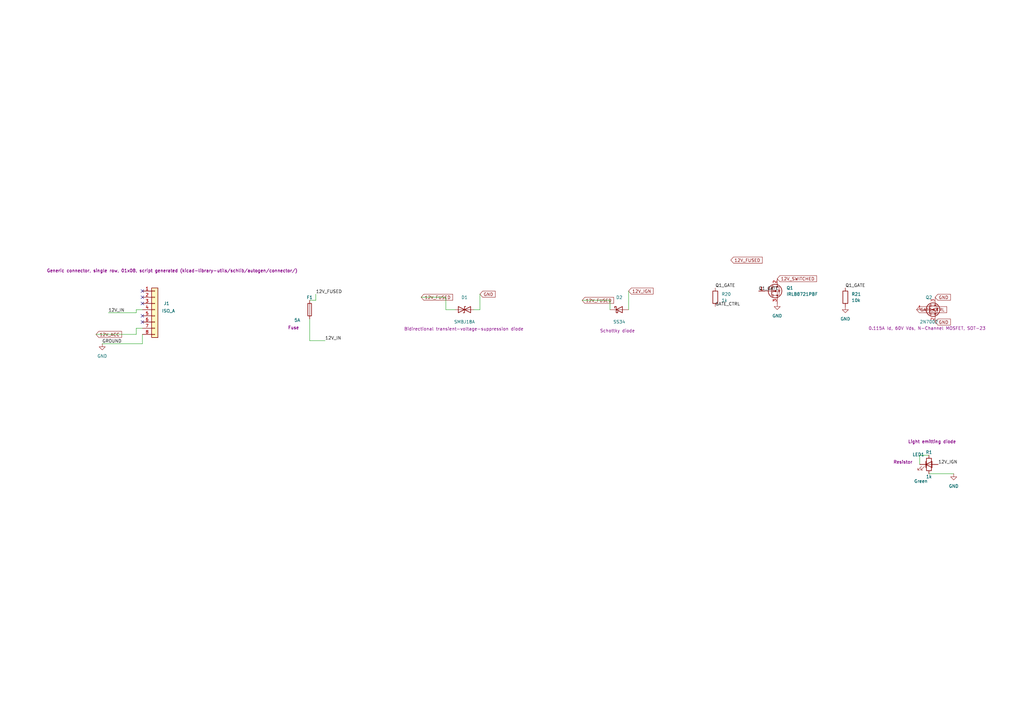
<source format=kicad_sch>
(kicad_sch (version 20250114) (generator "eeschema") (generator_version "9.0")
  (paper "A3")
  (title_block (title "WRX Power & CAN HAT") (date "2026-02-02T00:08:32.410828") (rev "1.0") (company "Auto-generated by Python"))
  (lib_symbols
    (symbol "Connector:Screw_Terminal_01x02" (pin_names (offset 1.016) (hide yes))
      (property "Reference" "J" (at 0 2.54 0))
      (property "Value" "Screw_Terminal_01x02" (at 0 -5.08 0))
      (symbol "Screw_Terminal_01x02_1_1"
        (pin passive line (at -5.08 0 0) (length 3.81) (name "Pin_1") (number "1"))
        (pin passive line (at -5.08 -2.54 0) (length 3.81) (name "Pin_2") (number "2"))
      )
    )
    (symbol "Connector_Generic:Conn_01x02" (pin_names (offset 1.016) (hide yes))
      (property "Reference" "J" (at 0 2.54 0))
      (property "Value" "Conn_01x02" (at 0 -5.08 0))
      (symbol "Conn_01x02_1_1"
        (pin passive line (at -5.08 0 0) (length 3.81) (name "Pin_1") (number "1"))
        (pin passive line (at -5.08 -2.54 0) (length 3.81) (name "Pin_2") (number "2"))
      )
    )
    (symbol "Connector_Generic:Conn_01x03" (pin_names (offset 1.016) (hide yes))
      (property "Reference" "J" (at 0 5.08 0))
      (property "Value" "Conn_01x03" (at 0 -5.08 0))
      (symbol "Conn_01x03_1_1"
        (pin passive line (at -5.08 2.54 0) (length 3.81) (name "Pin_1") (number "1"))
        (pin passive line (at -5.08 0 0) (length 3.81) (name "Pin_2") (number "2"))
        (pin passive line (at -5.08 -2.54 0) (length 3.81) (name "Pin_3") (number "3"))
      )
    )
    (symbol "Connector_Generic:Conn_01x06" (pin_names (offset 1.016) (hide yes))
      (property "Reference" "J" (at 0 7.62 0))
      (property "Value" "Conn_01x06" (at 0 -10.16 0))
      (symbol "Conn_01x06_1_1"
        (pin passive line (at -5.08 5.08 0) (length 3.81) (name "Pin_1") (number "1"))
        (pin passive line (at -5.08 2.54 0) (length 3.81) (name "Pin_2") (number "2"))
        (pin passive line (at -5.08 0 0) (length 3.81) (name "Pin_3") (number "3"))
        (pin passive line (at -5.08 -2.54 0) (length 3.81) (name "Pin_4") (number "4"))
        (pin passive line (at -5.08 -5.08 0) (length 3.81) (name "Pin_5") (number "5"))
        (pin passive line (at -5.08 -7.62 0) (length 3.81) (name "Pin_6") (number "6"))
      )
    )
    (symbol "Connector_Generic:Conn_01x08" (pin_names (offset 1.016) (hide yes))
      (property "Reference" "J" (at 0 10.16 0))
      (property "Value" "Conn_01x08" (at 0 -12.7 0))
      (symbol "Conn_01x08_1_1"
        (pin passive line (at -5.08 7.62 0) (length 3.81) (name "Pin_1") (number "1"))
        (pin passive line (at -5.08 5.08 0) (length 3.81) (name "Pin_2") (number "2"))
        (pin passive line (at -5.08 2.54 0) (length 3.81) (name "Pin_3") (number "3"))
        (pin passive line (at -5.08 0 0) (length 3.81) (name "Pin_4") (number "4"))
        (pin passive line (at -5.08 -2.54 0) (length 3.81) (name "Pin_5") (number "5"))
        (pin passive line (at -5.08 -5.08 0) (length 3.81) (name "Pin_6") (number "6"))
        (pin passive line (at -5.08 -7.62 0) (length 3.81) (name "Pin_7") (number "7"))
        (pin passive line (at -5.08 -10.16 0) (length 3.81) (name "Pin_8") (number "8"))
      )
    )
    (symbol "Connector_Generic:Conn_01x16" (pin_names (offset 1.016) (hide yes))
      (property "Reference" "J" (at 0 20.32 0))
      (property "Value" "Conn_01x16" (at 0 -22.86 0))
      (symbol "Conn_01x16_1_1"
        (pin passive line (at -5.08 17.78 0) (length 3.81) (name "Pin_1") (number "1"))
        (pin passive line (at -5.08 15.24 0) (length 3.81) (name "Pin_2") (number "2"))
        (pin passive line (at -5.08 12.7 0) (length 3.81) (name "Pin_3") (number "3"))
        (pin passive line (at -5.08 10.16 0) (length 3.81) (name "Pin_4") (number "4"))
        (pin passive line (at -5.08 7.62 0) (length 3.81) (name "Pin_5") (number "5"))
        (pin passive line (at -5.08 5.08 0) (length 3.81) (name "Pin_6") (number "6"))
        (pin passive line (at -5.08 2.54 0) (length 3.81) (name "Pin_7") (number "7"))
        (pin passive line (at -5.08 0 0) (length 3.81) (name "Pin_8") (number "8"))
        (pin passive line (at -5.08 -2.54 0) (length 3.81) (name "Pin_9") (number "9"))
        (pin passive line (at -5.08 -5.08 0) (length 3.81) (name "Pin_10") (number "10"))
        (pin passive line (at -5.08 -7.62 0) (length 3.81) (name "Pin_11") (number "11"))
        (pin passive line (at -5.08 -10.16 0) (length 3.81) (name "Pin_12") (number "12"))
        (pin passive line (at -5.08 -12.7 0) (length 3.81) (name "Pin_13") (number "13"))
        (pin passive line (at -5.08 -15.24 0) (length 3.81) (name "Pin_14") (number "14"))
        (pin passive line (at -5.08 -17.78 0) (length 3.81) (name "Pin_15") (number "15"))
        (pin passive line (at -5.08 -20.32 0) (length 3.81) (name "Pin_16") (number "16"))
      )
    )
    (symbol "Connector_Generic:Conn_02x03_Odd_Even" (pin_names (offset 1.016) (hide yes))
      (property "Reference" "J" (at 1.27 5.08 0))
      (property "Value" "Conn_02x03_Odd_Even" (at 1.27 -5.08 0))
      (symbol "Conn_02x03_Odd_Even_1_1"
        (pin passive line (at -5.08 2.54 0) (length 3.81) (name "Pin_1") (number "1"))
        (pin passive line (at -5.08 0 0) (length 3.81) (name "Pin_3") (number "3"))
        (pin passive line (at -5.08 -2.54 0) (length 3.81) (name "Pin_5") (number "5"))
        (pin passive line (at 7.62 2.54 180) (length 3.81) (name "Pin_2") (number "2"))
        (pin passive line (at 7.62 0 180) (length 3.81) (name "Pin_4") (number "4"))
        (pin passive line (at 7.62 -2.54 180) (length 3.81) (name "Pin_6") (number "6"))
      )
    )
    (symbol "Connector_Generic:Conn_02x20_Odd_Even" (pin_names (offset 1.016) (hide yes))
      (property "Reference" "J" (at 1.27 25.4 0))
      (property "Value" "Conn_02x20_Odd_Even" (at 1.27 -27.94 0))
      (symbol "Conn_02x20_Odd_Even_1_1"
        (pin passive line (at -5.08 22.86 0) (length 3.81) (name "Pin_1") (number "1"))
        (pin passive line (at -5.08 20.32 0) (length 3.81) (name "Pin_3") (number "3"))
        (pin passive line (at -5.08 17.78 0) (length 3.81) (name "Pin_5") (number "5"))
        (pin passive line (at -5.08 15.24 0) (length 3.81) (name "Pin_7") (number "7"))
        (pin passive line (at -5.08 12.7 0) (length 3.81) (name "Pin_9") (number "9"))
        (pin passive line (at -5.08 10.16 0) (length 3.81) (name "Pin_11") (number "11"))
        (pin passive line (at -5.08 7.62 0) (length 3.81) (name "Pin_13") (number "13"))
        (pin passive line (at -5.08 5.08 0) (length 3.81) (name "Pin_15") (number "15"))
        (pin passive line (at -5.08 2.54 0) (length 3.81) (name "Pin_17") (number "17"))
        (pin passive line (at -5.08 0 0) (length 3.81) (name "Pin_19") (number "19"))
        (pin passive line (at -5.08 -2.54 0) (length 3.81) (name "Pin_21") (number "21"))
        (pin passive line (at -5.08 -5.08 0) (length 3.81) (name "Pin_23") (number "23"))
        (pin passive line (at -5.08 -7.62 0) (length 3.81) (name "Pin_25") (number "25"))
        (pin passive line (at -5.08 -10.16 0) (length 3.81) (name "Pin_27") (number "27"))
        (pin passive line (at -5.08 -12.7 0) (length 3.81) (name "Pin_29") (number "29"))
        (pin passive line (at -5.08 -15.24 0) (length 3.81) (name "Pin_31") (number "31"))
        (pin passive line (at -5.08 -17.78 0) (length 3.81) (name "Pin_33") (number "33"))
        (pin passive line (at -5.08 -20.32 0) (length 3.81) (name "Pin_35") (number "35"))
        (pin passive line (at -5.08 -22.86 0) (length 3.81) (name "Pin_37") (number "37"))
        (pin passive line (at -5.08 -25.4 0) (length 3.81) (name "Pin_39") (number "39"))
        (pin passive line (at 7.62 22.86 180) (length 3.81) (name "Pin_2") (number "2"))
        (pin passive line (at 7.62 20.32 180) (length 3.81) (name "Pin_4") (number "4"))
        (pin passive line (at 7.62 17.78 180) (length 3.81) (name "Pin_6") (number "6"))
        (pin passive line (at 7.62 15.24 180) (length 3.81) (name "Pin_8") (number "8"))
        (pin passive line (at 7.62 12.7 180) (length 3.81) (name "Pin_10") (number "10"))
        (pin passive line (at 7.62 10.16 180) (length 3.81) (name "Pin_12") (number "12"))
        (pin passive line (at 7.62 7.62 180) (length 3.81) (name "Pin_14") (number "14"))
        (pin passive line (at 7.62 5.08 180) (length 3.81) (name "Pin_16") (number "16"))
        (pin passive line (at 7.62 2.54 180) (length 3.81) (name "Pin_18") (number "18"))
        (pin passive line (at 7.62 0 180) (length 3.81) (name "Pin_20") (number "20"))
        (pin passive line (at 7.62 -2.54 180) (length 3.81) (name "Pin_22") (number "22"))
        (pin passive line (at 7.62 -5.08 180) (length 3.81) (name "Pin_24") (number "24"))
        (pin passive line (at 7.62 -7.62 180) (length 3.81) (name "Pin_26") (number "26"))
        (pin passive line (at 7.62 -10.16 180) (length 3.81) (name "Pin_28") (number "28"))
        (pin passive line (at 7.62 -12.7 180) (length 3.81) (name "Pin_30") (number "30"))
        (pin passive line (at 7.62 -15.24 180) (length 3.81) (name "Pin_32") (number "32"))
        (pin passive line (at 7.62 -17.78 180) (length 3.81) (name "Pin_34") (number "34"))
        (pin passive line (at 7.62 -20.32 180) (length 3.81) (name "Pin_36") (number "36"))
        (pin passive line (at 7.62 -22.86 180) (length 3.81) (name "Pin_38") (number "38"))
        (pin passive line (at 7.62 -25.4 180) (length 3.81) (name "Pin_40") (number "40"))
      )
    )
    (symbol "Device:C" (pin_numbers (hide yes)) (pin_names (offset 0.254))
      (property "Reference" "C" (at 0.635 2.54 0))
      (property "Value" "C" (at 0.635 -2.54 0))
      (symbol "C_1_1"
        (pin passive line (at 0 3.81 270) (length 2.794) (name "~") (number "1"))
        (pin passive line (at 0 -3.81 90) (length 2.794) (name "~") (number "2"))
      )
    )
    (symbol "Device:Crystal" (pin_numbers (hide yes)) (pin_names (offset 1.016) (hide yes))
      (property "Reference" "Y" (at 0 3.81 0))
      (property "Value" "Crystal" (at 0 -3.81 0))
      (symbol "Crystal_1_1"
        (pin passive line (at -3.81 0 0) (length 1.27) (name "1") (number "1"))
        (pin passive line (at 3.81 0 180) (length 1.27) (name "2") (number "2"))
      )
    )
    (symbol "Device:D_Schottky" (pin_numbers (hide yes)) (pin_names (offset 1.016) (hide yes))
      (property "Reference" "D" (at 0 2.54 0))
      (property "Value" "D_Schottky" (at 0 -2.54 0))
      (symbol "D_Schottky_1_1"
        (pin passive line (at -3.81 0 0) (length 2.54) (name "K") (number "1"))
        (pin passive line (at 3.81 0 180) (length 2.54) (name "A") (number "2"))
      )
    )
    (symbol "Device:D_TVS" (pin_numbers (hide yes)) (pin_names (offset 1.016) (hide yes))
      (property "Reference" "D" (at 0 2.54 0))
      (property "Value" "D_TVS" (at 0 -2.54 0))
      (symbol "D_TVS_1_1"
        (pin passive line (at -3.81 0 0) (length 2.54) (name "A1") (number "1"))
        (pin passive line (at 3.81 0 180) (length 2.54) (name "A2") (number "2"))
      )
    )
    (symbol "Device:Fuse" (pin_numbers (hide yes)) (pin_names (offset 0))
      (property "Reference" "F" (at 2.032 0 90))
      (property "Value" "Fuse" (at -1.905 0 90))
      (symbol "Fuse_1_1"
        (pin passive line (at 0 3.81 270) (length 1.27) (name "~") (number "1"))
        (pin passive line (at 0 -3.81 90) (length 1.27) (name "~") (number "2"))
      )
    )
    (symbol "Device:L" (pin_numbers (hide yes)) (pin_names (offset 1.016) (hide yes))
      (property "Reference" "L" (at -1.27 0 90))
      (property "Value" "L" (at 1.905 0 90))
      (symbol "L_1_1"
        (pin passive line (at 0 3.81 270) (length 1.27) (name "1") (number "1"))
        (pin passive line (at 0 -3.81 90) (length 1.27) (name "2") (number "2"))
      )
    )
    (symbol "Device:LED" (pin_numbers (hide yes)) (pin_names (offset 1.016) (hide yes))
      (property "Reference" "D" (at 0 2.54 0))
      (property "Value" "LED" (at 0 -2.54 0))
      (symbol "LED_1_1"
        (pin passive line (at -3.81 0 0) (length 2.54) (name "K") (number "1"))
        (pin passive line (at 3.81 0 180) (length 2.54) (name "A") (number "2"))
      )
    )
    (symbol "Device:R" (pin_numbers (hide yes)) (pin_names (offset 0))
      (property "Reference" "R" (at 2.032 0 90))
      (property "Value" "R" (at 0 0 90))
      (symbol "R_1_1"
        (pin passive line (at 0 3.81 270) (length 1.27) (name "~") (number "1"))
        (pin passive line (at 0 -3.81 90) (length 1.27) (name "~") (number "2"))
      )
    )
    (symbol "Interface_CAN_LIN:MCP2515-xSO"
      (property "Reference" "U" (at -10.16 19.685 0))
      (property "Value" "MCP2515-xSO" (at 19.05 20.32 0))
      (symbol "MCP2515-xSO_1_1"
        (pin input line (at -15.24 15.24 0) (length 2.54) (name "SI") (number "14"))
        (pin output line (at -15.24 12.7 0) (length 2.54) (name "SO") (number "15"))
        (pin input line (at -15.24 10.16 0) (length 2.54) (name "~{CS}") (number "16"))
        (pin input line (at -15.24 7.62 0) (length 2.54) (name "SCK") (number "13"))
        (pin output line (at -15.24 -5.08 0) (length 2.54) (name "OSC2") (number "7"))
        (pin input line (at -15.24 -7.62 0) (length 2.54) (name "OSC1") (number "8"))
        (pin output line (at -15.24 -10.16 0) (length 2.54) (name "CLKOUT/SOF") (number "3"))
        (pin power_in line (at 0 20.32 270) (length 2.54) (name "VDD") (number "18"))
        (pin power_in line (at 0 -20.32 90) (length 2.54) (name "VSS") (number "9"))
        (pin input line (at 15.24 15.24 180) (length 2.54) (name "RXCAN") (number "2"))
        (pin output line (at 15.24 12.7 180) (length 2.54) (name "TXCAN") (number "1"))
        (pin output line (at 15.24 0 180) (length 2.54) (name "~{INT}") (number "12"))
        (pin output line (at 15.24 -2.54 180) (length 2.54) (name "~{RX0BF}") (number "11"))
        (pin output line (at 15.24 -5.08 180) (length 2.54) (name "~{RX1BF}") (number "10"))
        (pin input line (at 15.24 -7.62 180) (length 2.54) (name "~{TX0RTS}") (number "4"))
        (pin input line (at 15.24 -10.16 180) (length 2.54) (name "~{TX1RTS}") (number "5"))
        (pin input line (at 15.24 -12.7 180) (length 2.54) (name "~{TX2RTS}") (number "6"))
        (pin input line (at 15.24 -15.24 180) (length 2.54) (name "~{RESET}") (number "17"))
      )
    )
    (symbol "Interface_CAN_LIN:SN65HVD230" (pin_names (offset 1.016))
      (property "Reference" "U" (at -2.54 10.16 0))
      (property "Value" "SN65HVD230" (at -2.54 7.62 0))
      (symbol "SN65HVD230_1_1"
        (pin input line (at -10.16 2.54 0) (length 2.54) (name "D") (number "1"))
        (pin output line (at -10.16 0 0) (length 2.54) (name "R") (number "4"))
        (pin output line (at -10.16 -2.54 0) (length 2.54) (name "Vref") (number "5"))
        (pin input line (at -10.16 -5.08 0) (length 2.54) (name "Rs") (number "8"))
        (pin power_in line (at 0 7.62 270) (length 2.54) (name "VCC") (number "3"))
        (pin power_in line (at 0 -10.16 90) (length 2.54) (name "GND") (number "2"))
        (pin bidirectional line (at 10.16 0 180) (length 2.54) (name "CANH") (number "7"))
        (pin bidirectional line (at 10.16 -2.54 180) (length 2.54) (name "CANL") (number "6"))
      )
    )
    (symbol "Isolator:LTV-817S" (pin_names (offset 1.016))
      (property "Reference" "U" (at -3.81 5.08 0))
      (property "Value" "LTV-817S" (at 0 -5.08 0))
      (symbol "LTV-817S_1_1"
        (pin passive line (at -7.62 2.54 0) (length 2.54) (name "~") (number "1"))
        (pin passive line (at -7.62 -2.54 0) (length 2.54) (name "~") (number "2"))
        (pin passive line (at 7.62 2.54 180) (length 2.54) (name "~") (number "4"))
        (pin passive line (at 7.62 -2.54 180) (length 2.54) (name "~") (number "3"))
      )
    )
    (symbol "MCU_Microchip_ATtiny:ATtiny85-20P"
      (property "Reference" "U" (at -12.7 13.97 0))
      (property "Value" "ATtiny85-20P" (at 2.54 -13.97 0))
      (symbol "ATtiny85-20P_1_1"
        (pin power_in line (at 0 15.24 270) (length 2.54) (name "VCC") (number "8"))
        (pin power_in line (at 0 -15.24 90) (length 2.54) (name "GND") (number "4"))
        (pin bidirectional line (at 15.24 7.62 180) (length 2.54) (name "AREF/PB0") (number "5"))
        (pin bidirectional line (at 15.24 5.08 180) (length 2.54) (name "PB1") (number "6"))
        (pin bidirectional line (at 15.24 2.54 180) (length 2.54) (name "PB2") (number "7"))
        (pin bidirectional line (at 15.24 0 180) (length 2.54) (name "XTAL1/PB3") (number "2"))
        (pin bidirectional line (at 15.24 -2.54 180) (length 2.54) (name "XTAL2/PB4") (number "3"))
        (pin bidirectional line (at 15.24 -5.08 180) (length 2.54) (name "~{RESET}/PB5") (number "1"))
      )
    )
    (symbol "Regulator_Linear:AMS1117-3.3"
      (property "Reference" "U" (at -3.81 3.175 0))
      (property "Value" "AMS1117-3.3" (at 0 3.175 0))
      (symbol "AMS1117-3.3_1_1"
        (pin power_in line (at -7.62 0 0) (length 2.54) (name "VI") (number "3"))
        (pin power_in line (at 0 -7.62 90) (length 2.54) (name "GND") (number "1"))
        (pin power_out line (at 7.62 0 180) (length 2.54) (name "VO") (number "2"))
      )
    )
    (symbol "Regulator_Switching:TPS54560BDDA"
      (property "Reference" "U" (at -6.35 8.89 0))
      (property "Value" "TPS54560BDDA" (at 10.16 8.89 0))
      (symbol "TPS54560BDDA_1_1"
        (pin power_in line (at -12.7 5.08 0) (length 2.54) (name "VIN") (number "2"))
        (pin input line (at -12.7 0 0) (length 2.54) (name "EN") (number "3"))
        (pin output line (at -12.7 -2.54 0) (length 2.54) (name "COMP") (number "6"))
        (pin passive line (at -12.7 -5.08 0) (length 2.54) (name "RT/CLK") (number "4"))
        (pin power_in line (at 0 -10.16 90) (length 2.54) (name "GND") (number "7"))
        (pin passive line (at 0 -10.16 90) (length 2.54) (hide yes) (name "GND") (number "9"))
        (pin passive line (at 12.7 5.08 180) (length 2.54) (name "BOOT") (number "1"))
        (pin power_out line (at 12.7 0 180) (length 2.54) (name "SW") (number "8"))
        (pin input line (at 12.7 -5.08 180) (length 2.54) (name "FB") (number "5"))
      )
    )
    (symbol "Transistor_FET:2N7002" (pin_names (offset 0) (hide yes))
      (property "Reference" "Q" (at 5.08 1.905 0))
      (property "Value" "2N7002" (at 5.08 0 0))
      (symbol "2N7002_1_1"
        (pin input line (at -5.08 0 0) (length 2.54) (name "G") (number "1"))
        (pin passive line (at 2.54 5.08 270) (length 2.54) (name "D") (number "3"))
        (pin passive line (at 2.54 -5.08 90) (length 2.54) (name "S") (number "2"))
      )
    )
    (symbol "Transistor_FET:IRLB8721PBF" (pin_names (hide yes))
      (property "Reference" "Q" (at 5.08 1.905 0))
      (property "Value" "IRLB8721PBF" (at 5.08 0 0))
      (symbol "IRLB8721PBF_1_1"
        (pin input line (at -5.08 0 0) (length 2.54) (name "G") (number "1"))
        (pin passive line (at 2.54 5.08 270) (length 2.54) (name "D") (number "2"))
        (pin passive line (at 2.54 -5.08 90) (length 2.54) (name "S") (number "3"))
      )
    )
    (symbol "power:GND" (power) (pin_numbers (hide yes)) (pin_names (offset 0) (hide yes))
      (property "Value" "GND" (at 0 -3.81 0))
      (symbol "GND_1_1"
        (pin power_in line (at 0 0 270) (length 0) (name "~") (number "1"))
      )
    )
    (symbol "power:PWR_FLAG" (power) (pin_numbers (hide yes)) (pin_names (offset 0) (hide yes))
      (property "Value" "PWR_FLAG" (at 0 3.81 0))
      (symbol "PWR_FLAG_0_0"
        (pin power_out line (at 0 0 90) (length 0) (name "~") (number "1"))
      )
    )
  )
  (junction (at 114.3 334.01))
  (junction (at 127 349.25))
  (no_connect (at 642.62 317.5))
  (no_connect (at 58.42 119.38))
  (no_connect (at 58.42 121.92))
  (no_connect (at 58.42 124.46))
  (no_connect (at 58.42 129.54))
  (no_connect (at 58.42 132.08))
  (no_connect (at 375.92 690.88))
  (no_connect (at 439.42 571.5))
  (no_connect (at 375.92 708.66))
  (no_connect (at 459.74 129.54))
  (no_connect (at 566.42 701.04))
  (no_connect (at 375.92 680.72))
  (no_connect (at 388.62 721.36))
  (no_connect (at 459.74 139.7))
  (no_connect (at 561.34 701.04))
  (no_connect (at 13.97 617.22))
  (no_connect (at 566.42 695.96))
  (no_connect (at 439.42 510.54))
  (no_connect (at 566.42 718.82))
  (no_connect (at 439.42 513.08))
  (no_connect (at 629.92 317.5))
  (no_connect (at 388.62 693.42))
  (no_connect (at 375.92 723.9))
  (no_connect (at 388.62 723.9))
  (no_connect (at 566.42 708.66))
  (no_connect (at 566.42 698.5))
  (no_connect (at 439.42 574.04))
  (no_connect (at 388.62 698.5))
  (no_connect (at 375.92 716.28))
  (no_connect (at 429.26 137.16))
  (no_connect (at 388.62 685.8))
  (no_connect (at 375.92 706.12))
  (no_connect (at 459.74 132.08))
  (no_connect (at 388.62 695.96))
  (no_connect (at 439.42 505.46))
  (no_connect (at 375.92 688.34))
  (no_connect (at 388.62 683.26))
  (no_connect (at 388.62 711.2))
  (no_connect (at 629.92 320.04))
  (no_connect (at 388.62 713.74))
  (no_connect (at 375.92 678.18))
  (no_connect (at 375.92 713.74))
  (no_connect (at 388.62 706.12))
  (no_connect (at 459.74 134.62))
  (no_connect (at 388.62 690.88))
  (no_connect (at 566.42 716.28))
  (no_connect (at 375.92 718.82))
  (no_connect (at 375.92 683.26))
  (no_connect (at 459.74 137.16))
  (no_connect (at 439.42 528.32))
  (no_connect (at 439.42 508))
  (wire (pts (xy 196.85 120.65) (xy 196.85 127)))
  (wire (pts (xy 55.88 128.27) (xy 55.88 127)))
  (wire (pts (xy 238.76 123.19) (xy 250.19 123.19)))
  (wire (pts (xy 127 139.7) (xy 127 130.81)))
  (wire (pts (xy 41.91 140.97) (xy 58.42 140.97)))
  (wire (pts (xy 377.19 186.69) (xy 381 186.69)))
  (wire (pts (xy 139.7 344.17) (xy 140.97 344.17)))
  (wire (pts (xy 504.19 317.5) (xy 504.19 377.19)))
  (wire (pts (xy 504.19 377.19) (xy 508 377.19)))
  (wire (pts (xy 567.69 317.5) (xy 567.69 377.19)))
  (wire (pts (xy 567.69 377.19) (xy 571.5 377.19)))
  (wire (pts (xy 172.72 121.92) (xy 182.88 121.92)))
  (wire (pts (xy 182.88 127) (xy 186.69 127)))
  (wire (pts (xy 55.88 134.62) (xy 58.42 134.62)))
  (wire (pts (xy 44.45 128.27) (xy 55.88 128.27)))
  (wire (pts (xy 129.54 120.65) (xy 129.54 123.19)))
  (wire (pts (xy 55.88 127) (xy 58.42 127)))
  (wire (pts (xy 381 194.31) (xy 391.16 194.31)))
  (wire (pts (xy 58.42 140.97) (xy 58.42 137.16)))
  (wire (pts (xy 196.85 127) (xy 194.31 127)))
  (wire (pts (xy 250.19 123.19) (xy 250.19 127)))
  (wire (pts (xy 182.88 121.92) (xy 182.88 127)))
  (wire (pts (xy 113.03 334.01) (xy 114.3 334.01)))
  (wire (pts (xy 129.54 123.19) (xy 127 123.19)))
  (wire (pts (xy 133.35 139.7) (xy 127 139.7)))
  (wire (pts (xy 257.81 119.38) (xy 257.81 127)))
  (wire (pts (xy 113.03 339.09) (xy 114.3 339.09)))
  (wire (pts (xy 127 349.25) (xy 127 350.52)))
  (wire (pts (xy 39.37 137.16) (xy 55.88 137.16)))
  (wire (pts (xy 139.7 339.09) (xy 140.97 339.09)))
  (wire (pts (xy 377.19 186.69) (xy 377.19 190.5)))
  (wire (pts (xy 55.88 137.16) (xy 55.88 134.62)))
  (wire (pts (xy 373.38 433.07) (xy 374.65 433.07)))
  (label "CANH" (at 581.66 698.5 0))
  (label "U1_FB" (at 139.7 344.17 0))
  (label "U1_FB" (at 254 384.81 0))
  (label "GND" (at 356.87 438.15 0))
  (label "CAN_RX" (at 561.34 698.5 0))
  (label "12V_IN" (at 133.35 139.7 0))
  (label "GND" (at 444.5 147.32 0))
  (label "IGN_DETECT" (at 269.24 505.46 0))
  (label "12V_IN" (at 44.45 128.27 0))
  (label "+5V" (at 190.5 321.31 0))
  (label "CAN_INT" (at 459.74 127 0))
  (label "OSC2" (at 422.91 147.32 0))
  (label "SPI_SCLK" (at 429.26 119.38 0))
  (label "GND" (at 254 523.24 0))
  (label "Q1_GATE" (at 293.37 118.11 0))
  (global_label "12V_ACC" (shape input) (at 39.37 137.16 0) (property "Intersheetrefs" "${INTERSHEET_REFS}" (effects (hide yes))))
  (label "OSC1" (at 433.07 149.86 0))
  (label "12V_IGN" (at 113.03 339.09 0))
  (label "U1_BOOT" (at 139.7 334.01 0))
  (label "Q1_GATE" (at 311.15 119.38 0))
  (label "GND" (at 561.34 703.58 0))
  (label "GND" (at 433.07 157.48 0))
  (label "OSC2" (at 424.18 152.4 0))
  (label "U1_SW" (at 168.91 342.9 0))
  (label "U1_SW" (at 190.5 313.69 0))
  (label "GND" (at 127 350.52 0))
  (label "GROUND" (at 41.91 140.97 0))
  (label "U1_BOOT" (at 168.91 350.52 0))
  (label "+5V" (at 373.38 433.07 0))
  (label "SPI_MOSI" (at 429.26 111.76 0))
  (label "+3.3V" (at 459.74 142.24 0))
  (label "+5V" (at 356.87 430.53 0))
  (label "OSC1" (at 429.26 134.62 0))
  (label "+3.3V" (at 444.5 106.68 0))
  (label "U1_SW" (at 140.97 339.09 0))
  (label "RESET" (at 269.24 513.08 0))
  (label "Q1_GATE" (at 346.71 118.11 0))
  (label "GND" (at 254 377.19 0))
  (label "HEARTBEAT_LED" (at 269.24 500.38 0))
  (label "TIMER_LED" (at 269.24 502.92 0))
  (label "CAN_RX" (at 459.74 111.76 0))
  (label "+3.3V" (at 403.86 431.8 0))
  (label "CAN_TX" (at 561.34 695.96 0))
  (label "GND" (at 424.18 160.02 0))
  (label "12V_IGN" (at 113.03 334.01 0))
  (label "SHUTDOWN_REQ" (at 269.24 510.54 0))
  (label "GND" (at 571.5 708.66 0))
  (label "OSC2" (at 429.26 132.08 0))
  (label "GND" (at 403.86 439.42 0))
  (label "+3.3V" (at 571.5 690.88 0))
  (label "GND" (at 381 440.69 0))
  (label "12V_IGN" (at 384.81 190.5 0))
  (label "+3.3V" (at 388.62 433.07 0))
  (label "GATE_CTRL" (at 293.37 125.73 0))
  (label "CANL" (at 581.66 701.04 0))
  (label "OSC1" (at 430.53 147.32 0))
  (label "+3.3V" (at 254 492.76 0))
  (label "GATE_CTRL" (at 269.24 508 0))
  (label "U1_FB" (at 317.5 384.81 0))
  (label "CAN_TX" (at 459.74 114.3 0))
  (label "SPI_CE0" (at 429.26 116.84 0))
  (label "+5V" (at 317.5 377.19 0))
  (label "SPI_MISO" (at 429.26 114.3 0))
  (label "12V_FUSED" (at 129.54 120.65 0))
  (global_label "SPI_SCLK" (shape input) (at 439.42 495.3 0) (property "Intersheetrefs" "${INTERSHEET_REFS}" (effects (hide yes))))
  (global_label "IGN_DETECT" (shape input) (at 317.5 567.69 0) (property "Intersheetrefs" "${INTERSHEET_REFS}" (effects (hide yes))))
  (global_label "GATE_CTRL" (shape input) (at 444.5 186.69 0) (property "Intersheetrefs" "${INTERSHEET_REFS}" (effects (hide yes))))
  (global_label "SPI_MOSI" (shape input) (at 439.42 497.84 0) (property "Intersheetrefs" "${INTERSHEET_REFS}" (effects (hide yes))))
  (global_label "GND" (shape input) (at 254 702.31 0) (property "Intersheetrefs" "${INTERSHEET_REFS}" (effects (hide yes))))
  (global_label "GND" (shape input) (at 383.54 132.08 0) (property "Intersheetrefs" "${INTERSHEET_REFS}" (effects (hide yes))))
  (global_label "SPI_SCLK" (shape input) (at 436.88 129.54 0) (property "Intersheetrefs" "${INTERSHEET_REFS}" (effects (hide yes))))
  (global_label "Q2_GATE" (shape input) (at 508 186.69 0) (property "Intersheetrefs" "${INTERSHEET_REFS}" (effects (hide yes))))
  (global_label "SPI_MISO" (shape input) (at 439.42 490.22 0) (property "Intersheetrefs" "${INTERSHEET_REFS}" (effects (hide yes))))
  (global_label "GND" (shape input) (at 383.54 121.92 0) (property "Intersheetrefs" "${INTERSHEET_REFS}" (effects (hide yes))))
  (global_label "GND" (shape input) (at 134.62 701.04 0) (property "Intersheetrefs" "${INTERSHEET_REFS}" (effects (hide yes))))
  (global_label "CAN_TX" (shape input) (at 566.42 680.72 0) (property "Intersheetrefs" "${INTERSHEET_REFS}" (effects (hide yes))))
  (global_label "CANL" (shape input) (at 566.42 690.88 0) (property "Intersheetrefs" "${INTERSHEET_REFS}" (effects (hide yes))))
  (global_label "+3.3V" (shape input) (at 132.08 701.04 0) (property "Intersheetrefs" "${INTERSHEET_REFS}" (effects (hide yes))))
  (global_label "12V_FUSED" (shape input) (at 299.72 106.68 0) (property "Intersheetrefs" "${INTERSHEET_REFS}" (effects (hide yes))))
  (global_label "GND" (shape input) (at 317.5 575.31 0) (property "Intersheetrefs" "${INTERSHEET_REFS}" (effects (hide yes))))
  (global_label "GND" (shape input) (at 388.62 680.72 0) (property "Intersheetrefs" "${INTERSHEET_REFS}" (effects (hide yes))))
  (global_label "+5V" (shape input) (at 388.62 675.64 0) (property "Intersheetrefs" "${INTERSHEET_REFS}" (effects (hide yes))))
  (global_label "+3.3V" (shape input) (at 439.42 492.76 0) (property "Intersheetrefs" "${INTERSHEET_REFS}" (effects (hide yes))))
  (global_label "RESET" (shape input) (at 439.42 500.38 0) (property "Intersheetrefs" "${INTERSHEET_REFS}" (effects (hide yes))))
  (global_label "IGN_DETECT" (shape input) (at 132.08 695.96 0) (property "Intersheetrefs" "${INTERSHEET_REFS}" (effects (hide yes))))
  (global_label "+3.3V" (shape input) (at 571.5 194.31 0) (property "Intersheetrefs" "${INTERSHEET_REFS}" (effects (hide yes))))
  (global_label "SPI_SCLK" (shape input) (at 375.92 703.58 0) (property "Intersheetrefs" "${INTERSHEET_REFS}" (effects (hide yes))))
  (global_label "GND" (shape input) (at 820.42 769.62 0) (property "Intersheetrefs" "${INTERSHEET_REFS}" (effects (hide yes))))
  (global_label "HEARTBEAT_LED" (shape input) (at 254 500.38 0) (property "Intersheetrefs" "${INTERSHEET_REFS}" (effects (hide yes))))
  (global_label "HEARTBEAT_LED" (shape input) (at 571.5 384.81 180) (property "Intersheetrefs" "${INTERSHEET_REFS}" (effects (hide yes))))
  (global_label "XTAL1" (shape input) (at 186.69 571.5 0) (property "Intersheetrefs" "${INTERSHEET_REFS}" (effects (hide yes))))
  (global_label "12V_FUSED" (shape input) (at 172.72 121.92 0) (property "Intersheetrefs" "${INTERSHEET_REFS}" (effects (hide yes))))
  (global_label "GND" (shape input) (at 243.84 508 0) (property "Intersheetrefs" "${INTERSHEET_REFS}" (effects (hide yes))))
  (global_label "GND" (shape input) (at 196.85 120.65 0) (property "Intersheetrefs" "${INTERSHEET_REFS}" (effects (hide yes))))
  (global_label "R6_OUT" (shape input) (at 121.92 701.04 0) (property "Intersheetrefs" "${INTERSHEET_REFS}" (effects (hide yes))))
  (global_label "IGN_DETECT" (shape input) (at 243.84 510.54 0) (property "Intersheetrefs" "${INTERSHEET_REFS}" (effects (hide yes))))
  (global_label "+5V" (shape input) (at 254 567.69 0) (property "Intersheetrefs" "${INTERSHEET_REFS}" (effects (hide yes))))
  (global_label "SPI_CE0" (shape input) (at 436.88 124.46 0) (property "Intersheetrefs" "${INTERSHEET_REFS}" (effects (hide yes))))
  (global_label "TIMER_LED" (shape input) (at 254 518.16 0) (property "Intersheetrefs" "${INTERSHEET_REFS}" (effects (hide yes))))
  (global_label "TIMER_LED" (shape input) (at 508 384.81 180) (property "Intersheetrefs" "${INTERSHEET_REFS}" (effects (hide yes))))
  (global_label "+3.3V" (shape input) (at 575.31 317.5 0) (property "Intersheetrefs" "${INTERSHEET_REFS}" (effects (hide yes))))
  (global_label "12V_IGN" (shape input) (at 257.81 119.38 0) (property "Intersheetrefs" "${INTERSHEET_REFS}" (effects (hide yes))))
  (global_label "GND" (shape input) (at 571.5 765.81 0) (property "Intersheetrefs" "${INTERSHEET_REFS}" (effects (hide yes))))
  (global_label "12V_FUSED" (shape input) (at 238.76 123.19 0) (property "Intersheetrefs" "${INTERSHEET_REFS}" (effects (hide yes))))
  (global_label "+5V" (shape input) (at 635 694.69 0) (property "Intersheetrefs" "${INTERSHEET_REFS}" (effects (hide yes))))
  (global_label "GND" (shape input) (at 566.42 683.26 0) (property "Intersheetrefs" "${INTERSHEET_REFS}" (effects (hide yes))))
  (global_label "SHUTDOWN_REQ" (shape input) (at 264.16 510.54 0) (property "Intersheetrefs" "${INTERSHEET_REFS}" (effects (hide yes))))
  (global_label "GND" (shape input) (at 119.38 695.96 0) (property "Intersheetrefs" "${INTERSHEET_REFS}" (effects (hide yes))))
  (global_label "CAN_RX" (shape input) (at 566.42 688.34 0) (property "Intersheetrefs" "${INTERSHEET_REFS}" (effects (hide yes))))
  (global_label "+3.3V" (shape input) (at 381 567.69 0) (property "Intersheetrefs" "${INTERSHEET_REFS}" (effects (hide yes))))
  (global_label "GND" (shape input) (at 439.42 502.92 0) (property "Intersheetrefs" "${INTERSHEET_REFS}" (effects (hide yes))))
  (global_label "SPI_CE0" (shape input) (at 388.62 703.58 0) (property "Intersheetrefs" "${INTERSHEET_REFS}" (effects (hide yes))))
  (global_label "12V_IGN" (shape input) (at 127 706.12 0) (property "Intersheetrefs" "${INTERSHEET_REFS}" (effects (hide yes))))
  (global_label "CANH" (shape input) (at 566.42 693.42 0) (property "Intersheetrefs" "${INTERSHEET_REFS}" (effects (hide yes))))
  (global_label "GATE_CTRL" (shape input) (at 264.16 508 0) (property "Intersheetrefs" "${INTERSHEET_REFS}" (effects (hide yes))))
  (global_label "GATE_CTRL" (shape input) (at 375.92 127 0) (property "Intersheetrefs" "${INTERSHEET_REFS}" (effects (hide yes))))
  (global_label "XTAL1" (shape input) (at 571.5 758.19 0) (property "Intersheetrefs" "${INTERSHEET_REFS}" (effects (hide yes))))
  (global_label "FAN-" (shape input) (at 629.92 574.04 0) (property "Intersheetrefs" "${INTERSHEET_REFS}" (effects (hide yes))))
  (global_label "FAN-" (shape input) (at 574.04 502.92 180) (property "Intersheetrefs" "${INTERSHEET_REFS}" (effects (hide yes))))
  (global_label "FAN_PWM" (shape input) (at 566.42 508 180) (property "Intersheetrefs" "${INTERSHEET_REFS}" (effects (hide yes))))
  (global_label "GND" (shape input) (at 574.04 513.08 180) (property "Intersheetrefs" "${INTERSHEET_REFS}" (effects (hide yes))))
  (global_label "SPI_MISO" (shape input) (at 375.92 701.04 0) (property "Intersheetrefs" "${INTERSHEET_REFS}" (effects (hide yes))))
  (global_label "AUDIO_R_OUT" (shape input) (at 698.5 829.31 0) (property "Intersheetrefs" "${INTERSHEET_REFS}" (effects (hide yes))))
  (global_label "12V_SWITCHED" (shape input) (at 318.77 114.3 0) (property "Intersheetrefs" "${INTERSHEET_REFS}" (effects (hide yes))))
  (global_label "12V_ACC" (shape input) (at 317.5 504.19 0) (property "Intersheetrefs" "${INTERSHEET_REFS}" (effects (hide yes))))
  (global_label "R6_OUT" (shape input) (at 317.5 511.81 0) (property "Intersheetrefs" "${INTERSHEET_REFS}" (effects (hide yes))))
  (global_label "+3.3V" (shape input) (at 243.84 513.08 0) (property "Intersheetrefs" "${INTERSHEET_REFS}" (effects (hide yes))))
  (global_label "AUDIO_R_OUT" (shape input) (at 762 829.31 0) (property "Intersheetrefs" "${INTERSHEET_REFS}" (effects (hide yes))))
  (global_label "AUDIO_R+" (shape input) (at 698.5 821.69 0) (property "Intersheetrefs" "${INTERSHEET_REFS}" (effects (hide yes))))
  (global_label "GND" (shape input) (at 375.92 685.8 0) (property "Intersheetrefs" "${INTERSHEET_REFS}" (effects (hide yes))))
  (global_label "+3.3V" (shape input) (at 571.5 186.69 0) (property "Intersheetrefs" "${INTERSHEET_REFS}" (effects (hide yes))))
  (global_label "GND" (shape input) (at 119.38 701.04 0) (property "Intersheetrefs" "${INTERSHEET_REFS}" (effects (hide yes))))
  (global_label "GND" (shape input) (at 134.62 698.5 0) (property "Intersheetrefs" "${INTERSHEET_REFS}" (effects (hide yes))))
  (global_label "+5V" (shape input) (at 388.62 678.18 0) (property "Intersheetrefs" "${INTERSHEET_REFS}" (effects (hide yes))))
  (global_label "SPI_MOSI" (shape input) (at 375.92 698.5 0) (property "Intersheetrefs" "${INTERSHEET_REFS}" (effects (hide yes))))
  (global_label "+3.3V" (shape input) (at 566.42 685.8 0) (property "Intersheetrefs" "${INTERSHEET_REFS}" (effects (hide yes))))
  (global_label "IGN_DETECT" (shape input) (at 254 694.69 0) (property "Intersheetrefs" "${INTERSHEET_REFS}" (effects (hide yes))))
  (global_label "CANH" (shape input) (at 571.5 377.19 0) (property "Intersheetrefs" "${INTERSHEET_REFS}" (effects (hide yes))))
  (global_label "GND" (shape input) (at 508 194.31 0) (property "Intersheetrefs" "${INTERSHEET_REFS}" (effects (hide yes))))
  (global_label "+3.3V" (shape input) (at 511.81 317.5 0) (property "Intersheetrefs" "${INTERSHEET_REFS}" (effects (hide yes))))
  (global_label "AUDIO_R-" (shape input) (at 762 821.69 0) (property "Intersheetrefs" "${INTERSHEET_REFS}" (effects (hide yes))))
  (global_label "GND" (shape input) (at 635 702.31 0) (property "Intersheetrefs" "${INTERSHEET_REFS}" (effects (hide yes))))
  (global_label "SHUTDOWN_REQ" (shape input) (at 388.62 688.34 0) (property "Intersheetrefs" "${INTERSHEET_REFS}" (effects (hide yes))))
  (global_label "CANH" (shape input) (at 629.92 314.96 0) (property "Intersheetrefs" "${INTERSHEET_REFS}" (effects (hide yes))))
  (global_label "IGN_DETECT" (shape input) (at 134.62 695.96 0) (property "Intersheetrefs" "${INTERSHEET_REFS}" (effects (hide yes))))
  (global_label "GND" (shape input) (at 381 575.31 0) (property "Intersheetrefs" "${INTERSHEET_REFS}" (effects (hide yes))))
  (global_label "+3.3V" (shape input) (at 635 758.19 0) (property "Intersheetrefs" "${INTERSHEET_REFS}" (effects (hide yes))))
  (global_label "CANL" (shape input) (at 502.92 574.04 0) (property "Intersheetrefs" "${INTERSHEET_REFS}" (effects (hide yes))))
  (global_label "CANL" (shape input) (at 642.62 314.96 0) (property "Intersheetrefs" "${INTERSHEET_REFS}" (effects (hide yes))))
  (global_label "LED2_ANODE" (shape input) (at 444.5 130.81 0) (property "Intersheetrefs" "${INTERSHEET_REFS}" (effects (hide yes))))
  (global_label "GND" (shape input) (at 121.92 695.96 0) (property "Intersheetrefs" "${INTERSHEET_REFS}" (effects (hide yes))))
  (global_label "CAN_INT" (shape input) (at 388.62 701.04 0) (property "Intersheetrefs" "${INTERSHEET_REFS}" (effects (hide yes))))
  (global_label "AUDIO_L_OUT" (shape input) (at 635 829.31 0) (property "Intersheetrefs" "${INTERSHEET_REFS}" (effects (hide yes))))
  (global_label "Q2_GATE" (shape input) (at 444.5 194.31 0) (property "Intersheetrefs" "${INTERSHEET_REFS}" (effects (hide yes))))
  (global_label "FAN_PWM" (shape input) (at 571.5 821.69 0) (property "Intersheetrefs" "${INTERSHEET_REFS}" (effects (hide yes))))
  (global_label "XTAL2" (shape input) (at 194.31 571.5 0) (property "Intersheetrefs" "${INTERSHEET_REFS}" (effects (hide yes))))
  (global_label "GND" (shape input) (at 635 765.81 0) (property "Intersheetrefs" "${INTERSHEET_REFS}" (effects (hide yes))))
  (symbol (lib_id "Device:C") (at 635 190.5 0) (unit 1)
    (property "Reference" "C10" (at 635 185.5 0))
    (property "Value" "10uF" (at 635 195.5 0))
    (property "Description" "Unpolarized capacitor" (at 635.254 180.34 0))
  )
  (symbol (lib_id "power:PWR_FLAG") (at 114.3 334.01 0) (unit 1)
    (property "Reference" "#FLG02" (effects (hide yes)))
    (property "Value" "PWR_FLAG" (at 114.3 328.93 0))
    (property "Description" "Special symbol for telling ERC where power comes from" (effects (hide yes)))
  )
  (symbol (lib_id "Device:R") (at 254 381 0) (unit 1)
    (property "Reference" "R4" (at 253.746 372.872 0))
    (property "Value" "10k" (at 254 386 0))
    (property "Description" "Resistor" (at 254 381 0))
  )
  (symbol (lib_id "Device:R") (at 317.5 381 0) (unit 1)
    (property "Reference" "R5" (at 316.992 373.888 0))
    (property "Value" "51k" (at 317.5 386 0))
    (property "Description" "Resistor" (at 317.5 381 0))
  )
  (symbol (lib_id "Device:Crystal") (at 190.5 571.5 0) (unit 1)
    (property "Reference" "Y1" (at 190.5 566.5 0))
    (property "Value" "16MHz" (at 190.5 576.5 0))
    (property "Description" "Two pin crystal" (at 188.468 580.39 0))
  )
  (symbol (lib_id "power:GND") (at 391.16 194.31 0) (unit 1)
    (property "Reference" "#PWR04" (effects (hide yes)))
    (property "Value" "GND" (at 391.16 199.39 0))
    (property "Description" "Power symbol creates a global label with name \"GND\" , ground" (effects (hide yes)))
  )
  (symbol (lib_id "Device:C") (at 698.5 762 0) (unit 1)
    (property "Reference" "C14" (at 695.452 755.65 0))
    (property "Value" "2.2uF" (at 698.5 767 0))
    (property "Description" "Unpolarized capacitor" (at 698.246 770.382 0))
  )
  (symbol (lib_id "Regulator_Switching:TPS54560BDDA") (at 127 339.09 0) (unit 1)
    (property "Reference" "U1" (at 127 326.39 0))
    (property "Value" "TPS54560BDDA" (at 127 328.93 0))
    (property "Footprint" "Package_SO:Texas_R-PDSO-G8_EP2.95x4.9mm_Mask2.4x3.1mm_ThermalVias" (effects (hide yes)))
    (property "Datasheet" "https://www.ti.com/lit/ds/symlink/tps54560b.pdf" (effects (hide yes)))
    (property "Description" "5A, Step Down DC-DC Converter, 4.5-60V Input Voltage, Texas R-PDSO-G8" (effects (hide yes)))
  )
  (symbol (lib_id "Connector_Generic:Conn_01x16") (at 444.5 508 0) (unit 1)
    (property "Reference" "J3" (at 453.898 505.968 0))
    (property "Value" "OBD-II" (at 454.152 511.81 0))
    (property "Description" "Generic connector, single row, 01x16, script generated (kicad-library-utils/schlib/autogen/connector/)" (at 448.31 535.94 0))
  )
  (symbol (lib_id "Connector_Generic:Conn_01x02") (at 635 571.5 0) (unit 1)
    (property "Reference" "J6" (at 635 566.5 0))
    (property "Value" "FAN" (at 635 576.5 0))
    (property "Description" "Generic connector, single row, 01x02, script generated (kicad-library-utils/schlib/autogen/connector/)" (at 636.27 581.406 0))
  )
  (symbol (lib_id "Device:R") (at 635 381 0) (unit 1)
    (property "Reference" "R16" (at 635 376 0))
    (property "Value" "470" (at 635 386 0))
    (property "Description" "Resistor" (at 636.016 389.382 0))
  )
  (symbol (lib_id "Device:R") (at 381 508 0) (unit 1)
    (property "Reference" "R8" (at 381 503 0))
    (property "Value" "120" (at 381 513 0))
    (property "Description" "Resistor" (at 379.222 498.348 0))
  )
  (symbol (lib_id "power:PWR_FLAG") (at 374.65 433.07 0) (unit 1)
    (property "Reference" "#FLG01" (effects (hide yes)))
    (property "Value" "PWR_FLAG" (at 374.65 427.99 0))
    (property "Description" "Special symbol for telling ERC where power comes from" (effects (hide yes)))
  )
  (symbol (lib_id "Device:C") (at 635 698.5 0) (unit 1)
    (property "Reference" "C11" (at 633.476 690.626 0))
    (property "Value" "1uF" (at 635 703.5 0))
    (property "Description" "Unpolarized capacitor" (at 637.286 706.374 0))
  )
  (symbol (lib_id "Connector:Screw_Terminal_01x02") (at 444.5 571.5 0) (unit 1)
    (property "Reference" "J4" (at 444.5 566.5 0))
    (property "Value" "CAN_Term" (at 444.5 576.5 0))
    (property "Description" "Generic screw terminal, single row, 01x02, script generated (kicad-library-utils/schlib/autogen/connector/)" (at 442.722 562.61 0))
  )
  (symbol (lib_id "Device:D_Schottky") (at 254 127 0) (unit 1)
    (property "Reference" "D2" (at 254 122 0))
    (property "Value" "SS34" (at 254 132 0))
    (property "Description" "Schottky diode" (at 253.238 135.636 0))
  )
  (symbol (lib_id "Device:R") (at 346.71 121.92 0) (unit 1)
    (property "Reference" "R21" (at 349.25 120.6499 0) (effects (justify left)))
    (property "Value" "10k" (at 349.25 123.1899 0) (effects (justify left)))
    (property "Description" "Resistor" (effects (hide yes)))
  )
  (symbol (lib_id "power:PWR_FLAG") (at 127 349.25 0) (unit 1)
    (property "Reference" "#FLG03" (effects (hide yes)))
    (property "Value" "PWR_FLAG" (at 127 344.17 0))
    (property "Description" "Special symbol for telling ERC where power comes from" (effects (hide yes)))
  )
  (symbol (lib_id "Device:C") (at 571.5 190.5 0) (unit 1)
    (property "Reference" "C8" (at 571.5 185.5 0))
    (property "Value" "100nF" (at 571.5 195.5 0))
    (property "Description" "Unpolarized capacitor" (at 570.992 181.102 0))
  )
  (symbol (lib_id "power:GND") (at 318.77 124.46 0) (unit 1)
    (property "Reference" "#PWR02" (effects (hide yes)))
    (property "Value" "GND" (at 318.77 129.54 0))
    (property "Description" "Power symbol creates a global label with name \"GND\" , ground" (effects (hide yes)))
  )
  (symbol (lib_id "Device:C") (at 381 571.5 0) (unit 1)
    (property "Reference" "C6" (at 381 566.5 0))
    (property "Value" "22pF" (at 381 576.5 0))
    (property "Description" "Unpolarized capacitor" (at 382.524 580.39 0))
  )
  (symbol (lib_id "Device:C") (at 635 762 0) (unit 1)
    (property "Reference" "C12" (at 633.222 755.396 0))
    (property "Value" "2.2uF" (at 635 767 0))
    (property "Description" "Unpolarized capacitor" (at 635.508 770.89 0))
  )
  (symbol (lib_id "Device:L") (at 190.5 317.5 0) (unit 1)
    (property "Reference" "L1" (at 190.5 312.5 0))
    (property "Value" "33uH" (at 190.5 322.5 0))
    (property "Description" "Inductor" (at 190.5 317.5 0))
  )
  (symbol (lib_id "Transistor_FET:IRLB8721PBF") (at 316.23 119.38 0) (unit 1)
    (property "Reference" "Q1" (at 322.58 118.1099 0) (effects (justify left)))
    (property "Value" "IRLB8721PBF" (at 322.58 120.6499 0) (effects (justify left)))
    (property "Footprint" "Package_TO_SOT_THT:TO-220-3_Vertical" (effects (hide yes)))
    (property "Datasheet" "http://www.infineon.com/dgdl/irlb8721pbf.pdf?fileId=5546d462533600a40153566056732591" (effects (hide yes)))
    (property "Description" "62A Id, 30V Vds, 8.7 mOhm Rds, N-Channel HEXFET Power MOSFET, TO-220" (effects (hide yes)))
  )
  (symbol (lib_id "Connector_Generic:Conn_01x08") (at 63.5 127 0) (unit 1)
    (property "Reference" "J1" (at 68.326 124.46 0))
    (property "Value" "ISO_A" (at 69.088 127.508 0))
    (property "Description" "Generic connector, single row, 01x08, script generated (kicad-library-utils/schlib/autogen/connector/)" (at 70.612 110.998 0))
  )
  (symbol (lib_id "Isolator:LTV-817S") (at 127 698.5 0) (unit 1)
    (property "Reference" "U2" (at 127 693.5 0))
    (property "Value" "LTV-817S" (at 127 703.5 0))
    (property "Footprint" "Package_DIP:DIP-4_W7.62mm" (effects (hide yes)))
    (property "Datasheet" "http://www.us.liteon.com/downloads/LTV-817-827-847.PDF" (effects (hide yes)))
    (property "Description" "Optocoupler, Transistor Output, 5000Vrms Isolation, DIP4" (at 127.508 709.422 0))
  )
  (symbol (lib_id "Connector_Generic:Conn_02x20_Odd_Even") (at 381 698.5 0) (unit 1)
    (property "Reference" "J2" (at 382.27 672.592 0))
    (property "Value" "Pi_GPIO" (at 381 703.5 0))
    (property "Description" "Generic connector, double row, 02x20, odd/even pin numbering scheme (row 1 odd numbers, row 2 even numbers), script generated (kicad-library-utils/schlib/autogen/connector/)" (at 381.508 736.346 0))
  )
  (symbol (lib_id "Device:C") (at 254 698.5 0) (unit 1)
    (property "Reference" "C4" (at 254 693.5 0))
    (property "Value" "10uF" (at 254 703.5 0))
    (property "Description" "Unpolarized capacitor" (at 256.54 707.898 0))
  )
  (symbol (lib_id "Device:C") (at 433.07 153.67 0) (unit 1)
    (property "Reference" "C16" (at 436.88 152.3999 0) (effects (justify left)))
    (property "Value" "22pF" (at 436.88 154.9399 0) (effects (justify left)))
    (property "Description" "Unpolarized capacitor" (effects (hide yes)))
  )
  (symbol (lib_id "power:GND") (at 346.71 125.73 0) (unit 1)
    (property "Reference" "#PWR03" (effects (hide yes)))
    (property "Value" "GND" (at 346.71 130.81 0))
    (property "Description" "Power symbol creates a global label with name \"GND\" , ground" (effects (hide yes)))
  )
  (symbol (lib_id "Device:R") (at 571.5 825.5 0) (unit 1)
    (property "Reference" "R15" (at 568.198 818.134 0))
    (property "Value" "1k" (at 571.5 830.5 0))
    (property "Description" "Resistor" (at 573.532 834.898 0))
  )
  (symbol (lib_id "Device:C") (at 444.5 381 0) (unit 1)
    (property "Reference" "C7" (at 444.5 376 0))
    (property "Value" "100nF" (at 444.5 386 0))
    (property "Description" "Unpolarized capacitor" (at 445.262 390.906 0))
  )
  (symbol (lib_id "Device:R") (at 698.5 825.5 0) (unit 1)
    (property "Reference" "R18" (at 695.96 817.372 0))
    (property "Value" "1k" (at 698.5 830.5 0))
    (property "Description" "Resistor" (at 703.58 836.168 0))
  )
  (symbol (lib_id "Device:R") (at 571.5 571.5 0) (unit 1)
    (property "Reference" "R14" (at 571.5 566.5 0))
    (property "Value" "1k" (at 571.5 576.5 0))
    (property "Description" "Resistor" (at 570.484 562.102 0))
  )
  (symbol (lib_id "Connector_Generic:Conn_01x03") (at 698.5 571.5 0) (unit 1)
    (property "Reference" "JP2" (at 698.5 566.5 0))
    (property "Value" "5V/12V" (at 698.5 576.5 0))
    (property "Description" "Generic connector, single row, 01x03, script generated (kicad-library-utils/schlib/autogen/connector/)" (at 698.5 561.848 0))
  )
  (symbol (lib_id "Device:C") (at 424.18 156.21 0) (unit 1)
    (property "Reference" "C17" (at 427.99 154.9399 0) (effects (justify left)))
    (property "Value" "22pF" (at 427.99 157.4799 0) (effects (justify left)))
    (property "Description" "Unpolarized capacitor" (effects (hide yes)))
  )
  (symbol (lib_id "Interface_CAN_LIN:MCP2515-xSO") (at 444.5 127 0) (unit 1)
    (property "Reference" "U4" (at 443.992 118.872 0))
    (property "Value" "MCP2515" (at 455.168 149.606 0))
    (property "Footprint" "Package_SO:SOIC-18W_7.5x11.6mm_P1.27mm" (effects (hide yes)))
    (property "Datasheet" "http://ww1.microchip.com/downloads/en/DeviceDoc/21801e.pdf" (effects (hide yes)))
    (property "Description" "Stand-Alone CAN Controller with SPI Interface, SOIC-18" (effects (hide yes)))
  )
  (symbol (lib_id "Device:C") (at 168.91 346.71 0) (unit 1)
    (property "Reference" "C_BOOT1" (at 172.72 345.4399 0) (effects (justify left)))
    (property "Value" "100nF" (at 172.72 347.9799 0) (effects (justify left)))
    (property "Description" "Unpolarized capacitor" (effects (hide yes)))
  )
  (symbol (lib_id "Device:R") (at 317.5 508 0) (unit 1)
    (property "Reference" "R6" (at 317.5 503 0))
    (property "Value" "10k" (at 317.5 513 0))
    (property "Description" "Resistor" (at 317.5 498.094 0))
  )
  (symbol (lib_id "Device:C") (at 403.86 435.61 0) (unit 1)
    (property "Reference" "C19" (at 407.67 434.3399 0) (effects (justify left)))
    (property "Value" "22uF" (at 407.67 436.8799 0) (effects (justify left)))
    (property "Description" "Unpolarized capacitor" (effects (hide yes)))
  )
  (symbol (lib_id "Device:R") (at 508 190.5 0) (unit 1)
    (property "Reference" "R11" (at 508 185.5 0))
    (property "Value" "10k" (at 508 195.5 0))
    (property "Description" "Resistor" (at 508.762 199.39 0))
  )
  (symbol (lib_id "Connector_Generic:Conn_01x02") (at 508 571.5 0) (unit 1)
    (property "Reference" "JP1" (at 508 566.5 0))
    (property "Value" "Jumper" (at 508 576.5 0))
    (property "Description" "Generic connector, single row, 01x02, script generated (kicad-library-utils/schlib/autogen/connector/)" (at 507.238 580.39 0))
  )
  (symbol (lib_id "Device:R") (at 571.5 381 0) (unit 1)
    (property "Reference" "R13" (at 571.5 376 0))
    (property "Value" "470" (at 571.5 386 0))
    (property "Description" "Resistor" (at 570.738 390.144 0))
  )
  (symbol (lib_id "Device:C") (at 190.5 698.5 0) (unit 1)
    (property "Reference" "C2" (at 190.5 693.5 0))
    (property "Value" "10uF" (at 190.5 703.5 0))
    (property "Description" "Unpolarized capacitor" (at 193.802 707.39 0))
  )
  (symbol (lib_id "Device:R") (at 635 825.5 0) (unit 1)
    (property "Reference" "R17" (at 635.508 819.404 0))
    (property "Value" "1k" (at 635 830.5 0))
    (property "Description" "Resistor" (at 637.032 834.644 0))
  )
  (symbol (lib_id "Device:Crystal") (at 426.72 147.32 0) (unit 1)
    (property "Reference" "Y2" (at 426.72 139.7 0))
    (property "Value" "16Mhz Crystal" (at 426.72 142.24 0))
    (property "Description" "Two pin crystal" (effects (hide yes)))
  )
  (symbol (lib_id "Device:R") (at 444.5 127 0) (unit 1)
    (property "Reference" "R9" (at 444.5 122 0))
    (property "Value" "10k" (at 444.5 132 0))
    (property "Description" "Resistor" (at 444.5 127 0))
  )
  (symbol (lib_id "Device:R") (at 508 381 0) (unit 1)
    (property "Reference" "R12" (at 508 376 0))
    (property "Value" "10k" (at 508 386 0))
    (property "Description" "Resistor" (at 509.778 390.652 0))
  )
  (symbol (lib_id "Connector_Generic:Conn_01x06") (at 825.5 762 0) (unit 1)
    (property "Reference" "J7" (at 832.612 761.492 0))
    (property "Value" "Audio" (at 833.882 770.382 0))
    (property "Description" "Generic connector, single row, 01x06, script generated (kicad-library-utils/schlib/autogen/connector/)" (at 826.008 751.078 0))
  )
  (symbol (lib_id "Device:C") (at 571.5 762 0) (unit 1)
    (property "Reference" "C9" (at 568.198 753.872 0))
    (property "Value" "2.2uF" (at 571.5 767 0))
    (property "Description" "Unpolarized capacitor" (at 573.532 770.382 0))
  )
  (symbol (lib_id "Interface_CAN_LIN:SN65HVD230") (at 571.5 698.5 0) (unit 1)
    (property "Reference" "U5" (at 580.898 688.848 0))
    (property "Value" "SN65HVD230" (at 581.66 708.914 0))
    (property "Footprint" "Package_SO:SOIC-8_3.9x4.9mm_P1.27mm" (effects (hide yes)))
    (property "Datasheet" "http://www.ti.com/lit/ds/symlink/sn65hvd230.pdf" (effects (hide yes)))
    (property "Description" "CAN Bus Transceivers, 3.3V, 1Mbps, Low-Power capabilities, SOIC-8" (effects (hide yes)))
  )
  (symbol (lib_id "Transistor_FET:2N7002") (at 381 127 0) (unit 1)
    (property "Reference" "Q2" (at 381 122 0))
    (property "Value" "2N7002" (at 381 132 0))
    (property "Footprint" "Package_TO_SOT_SMD:SOT-23" (effects (hide yes)))
    (property "Datasheet" "https://www.onsemi.com/pub/Collateral/NDS7002A-D.PDF" (effects (hide yes)))
    (property "Description" "0.115A Id, 60V Vds, N-Channel MOSFET, SOT-23" (at 380.238 134.62 0))
  )
  (symbol (lib_id "Device:LED") (at 571.5 317.5 0) (unit 1)
    (property "Reference" "LED3" (at 571.5 312.5 0))
    (property "Value" "Yellow" (at 571.5 322.5 0))
    (property "Description" "Light emitting diode" (at 571.5 308.864 0))
    (property "Sim.Pins" "1=K 2=A" (effects (hide yes)))
  )
  (symbol (lib_id "Device:C") (at 254 571.5 0) (unit 1)
    (property "Reference" "C3" (at 254 566.5 0))
    (property "Value" "100nF" (at 254 576.5 0))
    (property "Description" "Unpolarized capacitor" (at 255.27 579.882 0))
  )
  (symbol (lib_id "Device:R") (at 444.5 190.5 0) (unit 1)
    (property "Reference" "R10" (at 444.5 185.5 0))
    (property "Value" "1k" (at 444.5 195.5 0))
    (property "Description" "Resistor" (at 444.754 199.39 0))
  )
  (symbol (lib_id "Device:LED") (at 508 317.5 0) (unit 1)
    (property "Reference" "LED2" (at 508 312.5 0))
    (property "Value" "Red" (at 508 322.5 0))
    (property "Description" "Light emitting diode" (at 508.762 309.372 0))
    (property "Sim.Pins" "1=K 2=A" (effects (hide yes)))
  )
  (symbol (lib_id "Transistor_FET:2N7002") (at 571.5 508 0) (unit 1)
    (property "Reference" "Q3" (at 571.5 503 0))
    (property "Value" "2N7002" (at 571.5 513 0))
    (property "Footprint" "Package_TO_SOT_SMD:SOT-23" (effects (hide yes)))
    (property "Datasheet" "https://www.onsemi.com/pub/Collateral/NDS7002A-D.PDF" (effects (hide yes)))
    (property "Description" "0.115A Id, 60V Vds, N-Channel MOSFET, SOT-23" (at 571.754 495.3 0))
  )
  (symbol (lib_id "Device:LED") (at 381 190.5 0) (unit 1)
    (property "Reference" "LED1" (at 376.682 186.436 0))
    (property "Value" "Green" (at 377.698 197.358 0))
    (property "Description" "Light emitting diode" (at 382.27 181.102 0))
    (property "Sim.Pins" "1=K 2=A" (effects (hide yes)))
  )
  (symbol (lib_id "MCU_Microchip_ATtiny:ATtiny85-20P") (at 254 508 0) (unit 1)
    (property "Reference" "U3" (at 247.142 499.11 0))
    (property "Value" "attiny85" (at 253.238 527.05 0))
    (property "Footprint" "Package_DIP:DIP-8_W7.62mm" (effects (hide yes)))
    (property "Datasheet" "http://ww1.microchip.com/downloads/en/DeviceDoc/atmel-2586-avr-8-bit-microcontroller-attiny25-attiny45-attiny85_datasheet.pdf" (effects (hide yes)))
    (property "Description" "20MHz, 8kB Flash, 512B SRAM, 512B EEPROM, debugWIRE, DIP-8" (effects (hide yes)))
  )
  (symbol (lib_id "Device:C") (at 698.5 698.5 0) (unit 1)
    (property "Reference" "C13" (at 695.96 691.388 0))
    (property "Value" "1uF" (at 698.5 703.5 0))
    (property "Description" "Unpolarized capacitor" (at 698.5 707.136 0))
  )
  (symbol (lib_id "Device:C") (at 356.87 434.34 0) (unit 1)
    (property "Reference" "C18" (at 360.68 433.0699 0) (effects (justify left)))
    (property "Value" "10uF" (at 360.68 435.6099 0) (effects (justify left)))
    (property "Description" "Unpolarized capacitor" (effects (hide yes)))
  )
  (symbol (lib_id "Device:C") (at 762 762 0) (unit 1)
    (property "Reference" "C15" (at 757.174 753.618 0))
    (property "Value" "2.2uF" (at 762 767 0))
    (property "Description" "Unpolarized capacitor" (at 764.54 771.398 0))
  )
  (symbol (lib_id "Device:R") (at 381 190.5 0) (unit 1)
    (property "Reference" "R1" (at 381 185.5 0))
    (property "Value" "1k" (at 381 195.5 0))
    (property "Description" "Resistor" (at 370.332 189.484 0))
  )
  (symbol (lib_id "Connector_Generic:Conn_02x03_Odd_Even") (at 635 317.5 0) (unit 1)
    (property "Reference" "J5" (at 635 312.5 0))
    (property "Value" "ISP" (at 635 322.5 0))
    (property "Description" "Generic connector, double row, 02x03, odd/even pin numbering scheme (row 1 odd numbers, row 2 even numbers), script generated (kicad-library-utils/schlib/autogen/connector/)" (at 640.08 301.244 0))
  )
  (symbol (lib_id "Device:C") (at 127 571.5 0) (unit 1)
    (property "Reference" "C1" (at 127 566.5 0))
    (property "Value" "100nF" (at 127 576.5 0))
    (property "Description" "Unpolarized capacitor" (at 129.032 581.406 0))
  )
  (symbol (lib_id "Device:R") (at 762 825.5 0) (unit 1)
    (property "Reference" "R19" (at 760.73 817.88 0))
    (property "Value" "1k" (at 762 830.5 0))
    (property "Description" "Resistor" (at 765.556 834.898 0))
  )
  (symbol (lib_id "Device:D_TVS") (at 190.5 127 0) (unit 1)
    (property "Reference" "D1" (at 190.5 122 0))
    (property "Value" "SMBJ18A" (at 190.5 132 0))
    (property "Description" "Bidirectional transient-voltage-suppression diode" (at 190.246 134.874 0))
  )
  (symbol (lib_id "power:GND") (at 41.91 140.97 0) (unit 1)
    (property "Reference" "#PWR05" (effects (hide yes)))
    (property "Value" "GND" (at 41.91 146.05 0))
    (property "Description" "Power symbol creates a global label with name \"GND\" , ground" (effects (hide yes)))
  )
  (symbol (lib_id "Device:Fuse") (at 127 127 0) (unit 1)
    (property "Reference" "F1" (at 127 122 0))
    (property "Value" "5A" (at 121.92 131.318 0))
    (property "Description" "Fuse" (at 120.396 134.366 0))
  )
  (symbol (lib_id "Device:C") (at 317.5 571.5 0) (unit 1)
    (property "Reference" "C5" (at 317.5 566.5 0))
    (property "Value" "22pF" (at 317.5 576.5 0))
    (property "Description" "Unpolarized capacitor" (at 315.468 580.39 0))
  )
  (symbol (lib_id "power:GND") (at 127 350.52 0) (unit 1)
    (property "Reference" "#PWR01" (effects (hide yes)))
    (property "Value" "GND" (at 127 355.6 0))
    (property "Description" "Power symbol creates a global label with name \"GND\" , ground" (effects (hide yes)))
  )
  (symbol (lib_id "Regulator_Linear:AMS1117-3.3") (at 381 433.07 0) (unit 1)
    (property "Reference" "U6" (at 381 426.72 0))
    (property "Value" "AMS1117-3.3" (at 381 429.26 0))
    (property "Footprint" "Package_TO_SOT_SMD:SOT-223-3_TabPin2" (effects (hide yes)))
    (property "Datasheet" "http://www.advanced-monolithic.com/pdf/ds1117.pdf" (effects (hide yes)))
    (property "Description" "1A Low Dropout regulator, positive, 3.3V fixed output, SOT-223" (effects (hide yes)))
  )
  (symbol (lib_id "Device:R") (at 293.37 121.92 0) (unit 1)
    (property "Reference" "R20" (at 295.91 120.6499 0) (effects (justify left)))
    (property "Value" "1k" (at 295.91 123.1899 0) (effects (justify left)))
    (property "Description" "Resistor" (effects (hide yes)))
  )
)
</source>
